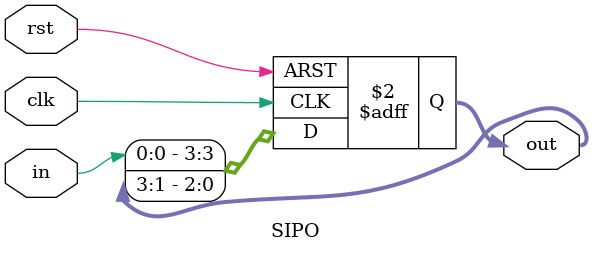
<source format=v>
module SIPO(input in,clk,rst, output reg [3:0]out);
    parameter n=4;
    always @(posedge clk or posedge rst) begin
        if (rst) out<=4'b0;
        else out<={in,out[n-1:1]};
    end    
endmodule

</source>
